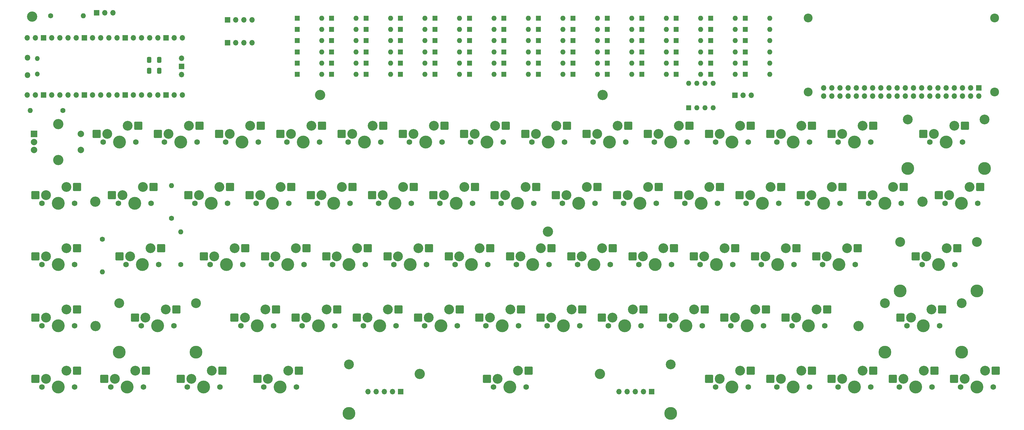
<source format=gbs>
G04 #@! TF.GenerationSoftware,KiCad,Pcbnew,7.0.7*
G04 #@! TF.CreationDate,2023-09-04T13:59:38-04:00*
G04 #@! TF.ProjectId,MainBoard,4d61696e-426f-4617-9264-2e6b69636164,rev?*
G04 #@! TF.SameCoordinates,Original*
G04 #@! TF.FileFunction,Soldermask,Bot*
G04 #@! TF.FilePolarity,Negative*
%FSLAX46Y46*%
G04 Gerber Fmt 4.6, Leading zero omitted, Abs format (unit mm)*
G04 Created by KiCad (PCBNEW 7.0.7) date 2023-09-04 13:59:38*
%MOMM*%
%LPD*%
G01*
G04 APERTURE LIST*
G04 Aperture macros list*
%AMRoundRect*
0 Rectangle with rounded corners*
0 $1 Rounding radius*
0 $2 $3 $4 $5 $6 $7 $8 $9 X,Y pos of 4 corners*
0 Add a 4 corners polygon primitive as box body*
4,1,4,$2,$3,$4,$5,$6,$7,$8,$9,$2,$3,0*
0 Add four circle primitives for the rounded corners*
1,1,$1+$1,$2,$3*
1,1,$1+$1,$4,$5*
1,1,$1+$1,$6,$7*
1,1,$1+$1,$8,$9*
0 Add four rect primitives between the rounded corners*
20,1,$1+$1,$2,$3,$4,$5,0*
20,1,$1+$1,$4,$5,$6,$7,0*
20,1,$1+$1,$6,$7,$8,$9,0*
20,1,$1+$1,$8,$9,$2,$3,0*%
G04 Aperture macros list end*
%ADD10R,1.600000X1.600000*%
%ADD11O,1.600000X1.600000*%
%ADD12C,3.200000*%
%ADD13C,1.750000*%
%ADD14C,3.050000*%
%ADD15C,4.000000*%
%ADD16RoundRect,0.250000X-1.025000X-1.000000X1.025000X-1.000000X1.025000X1.000000X-1.025000X1.000000X0*%
%ADD17C,3.048000*%
%ADD18C,3.987800*%
%ADD19R,1.700000X1.700000*%
%ADD20O,1.700000X1.700000*%
%ADD21C,2.750000*%
%ADD22R,2.000000X2.000000*%
%ADD23C,2.000000*%
%ADD24O,1.800000X1.800000*%
%ADD25O,1.500000X1.500000*%
%ADD26RoundRect,0.250000X0.412500X0.650000X-0.412500X0.650000X-0.412500X-0.650000X0.412500X-0.650000X0*%
%ADD27C,1.600000*%
G04 APERTURE END LIST*
D10*
X85860000Y-18000000D03*
D11*
X93480000Y-18000000D03*
D12*
X180924200Y-34899600D03*
D13*
X135032500Y-87625000D03*
D14*
X136302500Y-85085000D03*
D15*
X140112500Y-87625000D03*
D14*
X142652500Y-82545000D03*
D13*
X145192500Y-87625000D03*
D16*
X133027500Y-85085000D03*
X145954500Y-82545000D03*
D10*
X225220000Y-28500000D03*
D11*
X232840000Y-28500000D03*
D12*
X23088600Y-68072000D03*
X92989400Y-34899600D03*
D17*
X275812000Y-42540000D03*
D18*
X275812000Y-57750000D03*
D17*
X299688000Y-42540000D03*
D18*
X299688000Y-57750000D03*
D10*
X128740000Y-14500000D03*
D11*
X136360000Y-14500000D03*
D10*
X118020000Y-28500000D03*
D11*
X125640000Y-28500000D03*
D13*
X92170000Y-68575000D03*
D14*
X93440000Y-66035000D03*
D15*
X97250000Y-68575000D03*
D14*
X99790000Y-63495000D03*
D13*
X102330000Y-68575000D03*
D16*
X90165000Y-66035000D03*
X103092000Y-63495000D03*
D13*
X146938750Y-125725000D03*
D14*
X148208750Y-123185000D03*
D15*
X152018750Y-125725000D03*
D14*
X154558750Y-120645000D03*
D13*
X157098750Y-125725000D03*
D16*
X144933750Y-123185000D03*
X157860750Y-120645000D03*
D10*
X160900000Y-11000000D03*
D11*
X168520000Y-11000000D03*
D10*
X85860000Y-14500000D03*
D11*
X93480000Y-14500000D03*
D10*
X182340000Y-18000000D03*
D11*
X189960000Y-18000000D03*
D13*
X173132500Y-87625000D03*
D14*
X174402500Y-85085000D03*
D15*
X178212500Y-87625000D03*
D14*
X180752500Y-82545000D03*
D13*
X183292500Y-87625000D03*
D16*
X171127500Y-85085000D03*
X184054500Y-82545000D03*
D10*
X128740000Y-21500000D03*
D11*
X136360000Y-21500000D03*
D13*
X6445000Y-106675000D03*
D14*
X7715000Y-104135000D03*
D15*
X11525000Y-106675000D03*
D14*
X14065000Y-101595000D03*
D13*
X16605000Y-106675000D03*
D16*
X4440000Y-104135000D03*
X17367000Y-101595000D03*
D10*
X203780000Y-18000000D03*
D11*
X211400000Y-18000000D03*
D13*
X211232500Y-87625000D03*
D14*
X212502500Y-85085000D03*
D15*
X216312500Y-87625000D03*
D14*
X218852500Y-82545000D03*
D13*
X221392500Y-87625000D03*
D16*
X209227500Y-85085000D03*
X222154500Y-82545000D03*
D12*
X280390600Y-68072000D03*
D13*
X215995000Y-49525000D03*
D14*
X217265000Y-46985000D03*
D15*
X221075000Y-49525000D03*
D14*
X223615000Y-44445000D03*
D13*
X226155000Y-49525000D03*
D16*
X213990000Y-46985000D03*
X226917000Y-44445000D03*
D13*
X130270000Y-68575000D03*
D14*
X131540000Y-66035000D03*
D15*
X135350000Y-68575000D03*
D14*
X137890000Y-63495000D03*
D13*
X140430000Y-68575000D03*
D16*
X128265000Y-66035000D03*
X141192000Y-63495000D03*
D10*
X107300000Y-28500000D03*
D11*
X114920000Y-28500000D03*
D13*
X230282500Y-87625000D03*
D14*
X231552500Y-85085000D03*
D15*
X235362500Y-87625000D03*
D14*
X237902500Y-82545000D03*
D13*
X240442500Y-87625000D03*
D16*
X228277500Y-85085000D03*
X241204500Y-82545000D03*
D13*
X187420000Y-68575000D03*
D14*
X188690000Y-66035000D03*
D15*
X192500000Y-68575000D03*
D14*
X195040000Y-63495000D03*
D13*
X197580000Y-68575000D03*
D16*
X185415000Y-66035000D03*
X198342000Y-63495000D03*
D10*
X96580000Y-14500000D03*
D11*
X104200000Y-14500000D03*
D13*
X201707500Y-106675000D03*
D14*
X202977500Y-104135000D03*
D15*
X206787500Y-106675000D03*
D14*
X209327500Y-101595000D03*
D13*
X211867500Y-106675000D03*
D16*
X199702500Y-104135000D03*
X212629500Y-101595000D03*
D10*
X150180000Y-28500000D03*
D11*
X157800000Y-28500000D03*
D10*
X193060000Y-11000000D03*
D11*
X200680000Y-11000000D03*
D10*
X225220000Y-21500000D03*
D11*
X232840000Y-21500000D03*
D10*
X107300000Y-11000000D03*
D11*
X114920000Y-11000000D03*
D10*
X128740000Y-11000000D03*
D11*
X136360000Y-11000000D03*
D10*
X203780000Y-14500000D03*
D11*
X211400000Y-14500000D03*
D10*
X150180000Y-11000000D03*
D11*
X157800000Y-11000000D03*
D13*
X73120000Y-68575000D03*
D14*
X74390000Y-66035000D03*
D15*
X78200000Y-68575000D03*
D14*
X80740000Y-63495000D03*
D13*
X83280000Y-68575000D03*
D16*
X71115000Y-66035000D03*
X84042000Y-63495000D03*
D13*
X111220000Y-68575000D03*
D14*
X112490000Y-66035000D03*
D15*
X116300000Y-68575000D03*
D14*
X118840000Y-63495000D03*
D13*
X121380000Y-68575000D03*
D16*
X109215000Y-66035000D03*
X122142000Y-63495000D03*
D13*
X87407500Y-106675000D03*
D14*
X88677500Y-104135000D03*
D15*
X92487500Y-106675000D03*
D14*
X95027500Y-101595000D03*
D13*
X97567500Y-106675000D03*
D16*
X85402500Y-104135000D03*
X98329500Y-101595000D03*
D13*
X254095000Y-49525000D03*
D14*
X255365000Y-46985000D03*
D15*
X259175000Y-49525000D03*
D14*
X261715000Y-44445000D03*
D13*
X264255000Y-49525000D03*
D16*
X252090000Y-46985000D03*
X265017000Y-44445000D03*
D13*
X263620000Y-68575000D03*
D14*
X264890000Y-66035000D03*
D15*
X268700000Y-68575000D03*
D14*
X271240000Y-63495000D03*
D13*
X273780000Y-68575000D03*
D16*
X261615000Y-66035000D03*
X274542000Y-63495000D03*
D13*
X280288750Y-87625000D03*
D14*
X281558750Y-85085000D03*
D15*
X285368750Y-87625000D03*
D14*
X287908750Y-82545000D03*
D13*
X290448750Y-87625000D03*
D16*
X278283750Y-85085000D03*
X291210750Y-82545000D03*
D13*
X75501250Y-125725000D03*
D14*
X76771250Y-123185000D03*
D15*
X80581250Y-125725000D03*
D14*
X83121250Y-120645000D03*
D13*
X85661250Y-125725000D03*
D16*
X73496250Y-123185000D03*
X86423250Y-120645000D03*
D13*
X215995000Y-125725000D03*
D14*
X217265000Y-123185000D03*
D15*
X221075000Y-125725000D03*
D14*
X223615000Y-120645000D03*
D13*
X226155000Y-125725000D03*
D16*
X213990000Y-123185000D03*
X226917000Y-120645000D03*
D13*
X51688750Y-125725000D03*
D14*
X52958750Y-123185000D03*
D15*
X56768750Y-125725000D03*
D14*
X59308750Y-120645000D03*
D13*
X61848750Y-125725000D03*
D16*
X49683750Y-123185000D03*
X62610750Y-120645000D03*
D10*
X160900000Y-21500000D03*
D11*
X168520000Y-21500000D03*
D12*
X163906200Y-77419200D03*
D10*
X203780000Y-28500000D03*
D11*
X211400000Y-28500000D03*
D13*
X25495000Y-49525000D03*
D14*
X26765000Y-46985000D03*
D15*
X30575000Y-49525000D03*
D14*
X33115000Y-44445000D03*
D13*
X35655000Y-49525000D03*
D16*
X23490000Y-46985000D03*
X36417000Y-44445000D03*
D10*
X118020000Y-21500000D03*
D11*
X125640000Y-21500000D03*
D13*
X254095000Y-125725000D03*
D14*
X255365000Y-123185000D03*
D15*
X259175000Y-125725000D03*
D14*
X261715000Y-120645000D03*
D13*
X264255000Y-125725000D03*
D16*
X252090000Y-123185000D03*
X265017000Y-120645000D03*
D13*
X32638750Y-87625000D03*
D14*
X33908750Y-85085000D03*
D15*
X37718750Y-87625000D03*
D14*
X40258750Y-82545000D03*
D13*
X42798750Y-87625000D03*
D16*
X30633750Y-85085000D03*
X43560750Y-82545000D03*
D10*
X171620000Y-28500000D03*
D11*
X179240000Y-28500000D03*
D13*
X249332500Y-87625000D03*
D14*
X250602500Y-85085000D03*
D15*
X254412500Y-87625000D03*
D14*
X256952500Y-82545000D03*
D13*
X259492500Y-87625000D03*
D16*
X247327500Y-85085000D03*
X260254500Y-82545000D03*
D10*
X193060000Y-14500000D03*
D11*
X200680000Y-14500000D03*
D13*
X273145000Y-125725000D03*
D14*
X274415000Y-123185000D03*
D15*
X278225000Y-125725000D03*
D14*
X280765000Y-120645000D03*
D13*
X283305000Y-125725000D03*
D16*
X271140000Y-123185000D03*
X284067000Y-120645000D03*
D10*
X203780000Y-21500000D03*
D11*
X211400000Y-21500000D03*
D19*
X64220000Y-11500000D03*
D20*
X66760000Y-11500000D03*
X69300000Y-11500000D03*
X71840000Y-11500000D03*
D10*
X150180000Y-21500000D03*
D11*
X157800000Y-21500000D03*
D10*
X214500000Y-11000000D03*
D11*
X222120000Y-11000000D03*
D10*
X182340000Y-21500000D03*
D11*
X189960000Y-21500000D03*
D10*
X214500000Y-18000000D03*
D11*
X222120000Y-18000000D03*
D19*
X222072200Y-35026600D03*
D20*
X224612200Y-35026600D03*
X227152200Y-35026600D03*
D12*
X180068750Y-121725000D03*
X23190200Y-106781600D03*
D13*
X27876249Y-125725000D03*
D14*
X29146249Y-123185000D03*
D15*
X32956249Y-125725000D03*
D14*
X35496249Y-120645000D03*
D13*
X38036249Y-125725000D03*
D16*
X25871249Y-123185000D03*
X38798249Y-120645000D03*
D10*
X225220000Y-14500000D03*
D11*
X232840000Y-14500000D03*
D10*
X139460000Y-18000000D03*
D11*
X147080000Y-18000000D03*
D10*
X193060000Y-28500000D03*
D11*
X200680000Y-28500000D03*
D10*
X193060000Y-21500000D03*
D11*
X200680000Y-21500000D03*
D13*
X163607500Y-106675000D03*
D14*
X164877500Y-104135000D03*
D15*
X168687500Y-106675000D03*
D14*
X171227500Y-101595000D03*
D13*
X173767500Y-106675000D03*
D16*
X161602500Y-104135000D03*
X174529500Y-101595000D03*
D10*
X118020000Y-11000000D03*
D11*
X125640000Y-11000000D03*
D17*
X273430750Y-80640000D03*
D18*
X273430750Y-95850000D03*
D17*
X297306750Y-80640000D03*
D18*
X297306750Y-95850000D03*
D10*
X225220000Y-25000000D03*
D11*
X232840000Y-25000000D03*
D10*
X171620000Y-18000000D03*
D11*
X179240000Y-18000000D03*
D13*
X120744999Y-49525000D03*
D14*
X122014999Y-46985000D03*
D15*
X125824999Y-49525000D03*
D14*
X128364999Y-44445000D03*
D13*
X130904999Y-49525000D03*
D16*
X118739999Y-46985000D03*
X131666999Y-44445000D03*
D13*
X125507500Y-106675000D03*
D14*
X126777500Y-104135000D03*
D15*
X130587500Y-106675000D03*
D14*
X133127500Y-101595000D03*
D13*
X135667500Y-106675000D03*
D16*
X123502500Y-104135000D03*
X136429500Y-101595000D03*
D17*
X30543250Y-99690000D03*
D18*
X30543250Y-114900000D03*
D17*
X54419250Y-99690000D03*
D18*
X54419250Y-114900000D03*
D10*
X171620000Y-21500000D03*
D11*
X179240000Y-21500000D03*
D10*
X107300000Y-25000000D03*
D11*
X114920000Y-25000000D03*
D10*
X182340000Y-14500000D03*
D11*
X189960000Y-14500000D03*
D13*
X235045000Y-49525000D03*
D14*
X236315000Y-46985000D03*
D15*
X240125000Y-49525000D03*
D14*
X242665000Y-44445000D03*
D13*
X245205000Y-49525000D03*
D16*
X233040000Y-46985000D03*
X245967000Y-44445000D03*
D10*
X96580000Y-28500000D03*
D11*
X104200000Y-28500000D03*
D13*
X54070000Y-68575000D03*
D14*
X55340000Y-66035000D03*
D15*
X59150000Y-68575000D03*
D14*
X61690000Y-63495000D03*
D13*
X64230000Y-68575000D03*
D16*
X52065000Y-66035000D03*
X64992000Y-63495000D03*
D13*
X44545000Y-49525000D03*
D14*
X45815000Y-46985000D03*
D15*
X49625000Y-49525000D03*
D14*
X52165000Y-44445000D03*
D13*
X54705000Y-49525000D03*
D16*
X42540000Y-46985000D03*
X55467000Y-44445000D03*
D10*
X107300000Y-21500000D03*
D11*
X114920000Y-21500000D03*
D13*
X177895000Y-49525000D03*
D14*
X179165000Y-46985000D03*
D15*
X182975000Y-49525000D03*
D14*
X185515000Y-44445000D03*
D13*
X188055000Y-49525000D03*
D16*
X175890000Y-46985000D03*
X188817000Y-44445000D03*
D10*
X171620000Y-25000000D03*
D11*
X179240000Y-25000000D03*
D10*
X182340000Y-11000000D03*
D11*
X189960000Y-11000000D03*
D10*
X85860000Y-21500000D03*
D11*
X93480000Y-21500000D03*
D13*
X239807500Y-106675000D03*
D14*
X241077500Y-104135000D03*
D15*
X244887500Y-106675000D03*
D14*
X247427500Y-101595000D03*
D13*
X249967500Y-106675000D03*
D16*
X237802500Y-104135000D03*
X250729500Y-101595000D03*
D10*
X139460000Y-21500000D03*
D11*
X147080000Y-21500000D03*
D17*
X268668250Y-99690000D03*
D18*
X268668250Y-114900000D03*
D17*
X292544250Y-99690000D03*
D18*
X292544250Y-114900000D03*
D13*
X275526250Y-106675000D03*
D14*
X276796250Y-104135000D03*
D15*
X280606250Y-106675000D03*
D14*
X283146250Y-101595000D03*
D13*
X285686250Y-106675000D03*
D16*
X273521250Y-104135000D03*
X286448250Y-101595000D03*
D21*
X302800000Y-10950000D03*
X244800000Y-10950000D03*
X302800000Y-33950000D03*
X244800000Y-33950000D03*
D19*
X297930000Y-32680000D03*
D20*
X297930000Y-35220000D03*
X295390000Y-32680000D03*
X295390000Y-35220000D03*
X292850000Y-32680000D03*
X292850000Y-35220000D03*
X290310000Y-32680000D03*
X290310000Y-35220000D03*
X287770000Y-32680000D03*
X287770000Y-35220000D03*
X285230000Y-32680000D03*
X285230000Y-35220000D03*
X282690000Y-32680000D03*
X282690000Y-35220000D03*
X280150000Y-32680000D03*
X280150000Y-35220000D03*
X277610000Y-32680000D03*
X277610000Y-35220000D03*
X275070000Y-32680000D03*
X275070000Y-35220000D03*
X272530000Y-32680000D03*
X272530000Y-35220000D03*
X269990000Y-32680000D03*
X269990000Y-35220000D03*
X267450000Y-32680000D03*
X267450000Y-35220000D03*
X264910000Y-32680000D03*
X264910000Y-35220000D03*
X262370000Y-32680000D03*
X262370000Y-35220000D03*
X259830000Y-32680000D03*
X259830000Y-35220000D03*
X257290000Y-32680000D03*
X257290000Y-35220000D03*
X254750000Y-32680000D03*
X254750000Y-35220000D03*
X252210000Y-32680000D03*
X252210000Y-35220000D03*
X249670000Y-32680000D03*
X249670000Y-35220000D03*
D13*
X6445000Y-125725000D03*
D14*
X7715000Y-123185000D03*
D15*
X11525000Y-125725000D03*
D14*
X14065000Y-120645000D03*
D13*
X16605000Y-125725000D03*
D16*
X4440000Y-123185000D03*
X17367000Y-120645000D03*
D12*
X260502400Y-106781600D03*
D17*
X102018750Y-118740000D03*
D18*
X102018750Y-133950000D03*
D17*
X202018750Y-118740000D03*
D18*
X202018750Y-133950000D03*
D13*
X6445000Y-87625000D03*
D14*
X7715000Y-85085000D03*
D15*
X11525000Y-87625000D03*
D14*
X14065000Y-82545000D03*
D13*
X16605000Y-87625000D03*
D16*
X4440000Y-85085000D03*
X17367000Y-82545000D03*
D10*
X160900000Y-28500000D03*
D11*
X168520000Y-28500000D03*
D13*
X220757500Y-106675000D03*
D14*
X222027500Y-104135000D03*
D15*
X225837500Y-106675000D03*
D14*
X228377500Y-101595000D03*
D13*
X230917500Y-106675000D03*
D16*
X218752500Y-104135000D03*
X231679500Y-101595000D03*
D13*
X158845000Y-49525000D03*
D14*
X160115000Y-46985000D03*
D15*
X163925000Y-49525000D03*
D14*
X166465000Y-44445000D03*
D13*
X169005000Y-49525000D03*
D16*
X156840000Y-46985000D03*
X169767000Y-44445000D03*
D13*
X287432500Y-68575000D03*
D14*
X288702500Y-66035000D03*
D15*
X292512500Y-68575000D03*
D14*
X295052500Y-63495000D03*
D13*
X297592500Y-68575000D03*
D16*
X285427500Y-66035000D03*
X298354500Y-63495000D03*
D13*
X96932500Y-87625000D03*
D14*
X98202500Y-85085000D03*
D15*
X102012500Y-87625000D03*
D14*
X104552500Y-82545000D03*
D13*
X107092500Y-87625000D03*
D16*
X94927500Y-85085000D03*
X107854500Y-82545000D03*
D10*
X214500000Y-25000000D03*
D11*
X222120000Y-25000000D03*
D10*
X182340000Y-28500000D03*
D11*
X189960000Y-28500000D03*
D10*
X128740000Y-18000000D03*
D11*
X136360000Y-18000000D03*
D10*
X214500000Y-21500000D03*
D11*
X222120000Y-21500000D03*
D10*
X85860000Y-28500000D03*
D11*
X93480000Y-28500000D03*
D13*
X192182500Y-87625000D03*
D14*
X193452500Y-85085000D03*
D15*
X197262500Y-87625000D03*
D14*
X199802500Y-82545000D03*
D13*
X202342500Y-87625000D03*
D16*
X190177500Y-85085000D03*
X203104500Y-82545000D03*
D10*
X160900000Y-18000000D03*
D11*
X168520000Y-18000000D03*
D10*
X171620000Y-11000000D03*
D11*
X179240000Y-11000000D03*
D13*
X235045000Y-125725000D03*
D14*
X236315000Y-123185000D03*
D15*
X240125000Y-125725000D03*
D14*
X242665000Y-120645000D03*
D13*
X245205000Y-125725000D03*
D16*
X233040000Y-123185000D03*
X245967000Y-120645000D03*
D13*
X6445000Y-68575000D03*
D14*
X7715000Y-66035000D03*
D15*
X11525000Y-68575000D03*
D14*
X14065000Y-63495000D03*
D13*
X16605000Y-68575000D03*
D16*
X4440000Y-66035000D03*
X17367000Y-63495000D03*
D13*
X168370000Y-68575000D03*
D14*
X169640000Y-66035000D03*
D15*
X173450000Y-68575000D03*
D14*
X175990000Y-63495000D03*
D13*
X178530000Y-68575000D03*
D16*
X166365000Y-66035000D03*
X179292000Y-63495000D03*
D13*
X292195000Y-125725000D03*
D14*
X293465000Y-123185000D03*
D15*
X297275000Y-125725000D03*
D14*
X299815000Y-120645000D03*
D13*
X302355000Y-125725000D03*
D16*
X290190000Y-123185000D03*
X303117000Y-120645000D03*
D10*
X150180000Y-18000000D03*
D11*
X157800000Y-18000000D03*
D10*
X107300000Y-18000000D03*
D11*
X114920000Y-18000000D03*
D10*
X193060000Y-25000000D03*
D11*
X200680000Y-25000000D03*
D13*
X282670000Y-49525000D03*
D14*
X283940000Y-46985000D03*
D15*
X287750000Y-49525000D03*
D14*
X290290000Y-44445000D03*
D13*
X292830000Y-49525000D03*
D16*
X280665000Y-46985000D03*
X293592000Y-44445000D03*
D10*
X203780000Y-25000000D03*
D11*
X211400000Y-25000000D03*
D10*
X96580000Y-11000000D03*
D11*
X104200000Y-11000000D03*
D22*
X4045000Y-47045000D03*
D23*
X4045000Y-52045000D03*
X4045000Y-49545000D03*
D12*
X11545000Y-43945000D03*
X11545000Y-55145000D03*
D23*
X18545000Y-52045000D03*
X18545000Y-47045000D03*
D10*
X139460000Y-28500000D03*
D11*
X147080000Y-28500000D03*
D13*
X244570000Y-68575000D03*
D14*
X245840000Y-66035000D03*
D15*
X249650000Y-68575000D03*
D14*
X252190000Y-63495000D03*
D13*
X254730000Y-68575000D03*
D16*
X242565000Y-66035000D03*
X255492000Y-63495000D03*
D10*
X150180000Y-25000000D03*
D11*
X157800000Y-25000000D03*
D10*
X225220000Y-11000000D03*
D11*
X232840000Y-11000000D03*
D10*
X118020000Y-25000000D03*
D11*
X125640000Y-25000000D03*
D10*
X85860000Y-11000000D03*
D11*
X93480000Y-11000000D03*
D13*
X58832500Y-87625000D03*
D14*
X60102500Y-85085000D03*
D15*
X63912500Y-87625000D03*
D14*
X66452500Y-82545000D03*
D13*
X68992500Y-87625000D03*
D16*
X56827500Y-85085000D03*
X69754500Y-82545000D03*
D10*
X128740000Y-25000000D03*
D11*
X136360000Y-25000000D03*
D13*
X77882500Y-87625000D03*
D14*
X79152500Y-85085000D03*
D15*
X82962500Y-87625000D03*
D14*
X85502500Y-82545000D03*
D13*
X88042500Y-87625000D03*
D16*
X75877500Y-85085000D03*
X88804500Y-82545000D03*
D12*
X123968750Y-121725000D03*
D10*
X203780000Y-11000000D03*
D11*
X211400000Y-11000000D03*
D12*
X3403600Y-10515600D03*
D13*
X149320000Y-68575000D03*
D14*
X150590000Y-66035000D03*
D15*
X154400000Y-68575000D03*
D14*
X156940000Y-63495000D03*
D13*
X159480000Y-68575000D03*
D16*
X147315000Y-66035000D03*
X160242000Y-63495000D03*
D10*
X96580000Y-21500000D03*
D11*
X104200000Y-21500000D03*
D13*
X63595000Y-49525000D03*
D14*
X64865000Y-46985000D03*
D15*
X68675000Y-49525000D03*
D14*
X71215000Y-44445000D03*
D13*
X73755000Y-49525000D03*
D16*
X61590000Y-46985000D03*
X74517000Y-44445000D03*
D10*
X150180000Y-14500000D03*
D11*
X157800000Y-14500000D03*
D10*
X118020000Y-18000000D03*
D11*
X125640000Y-18000000D03*
D13*
X82645000Y-49525000D03*
D14*
X83915000Y-46985000D03*
D15*
X87725000Y-49525000D03*
D14*
X90265000Y-44445000D03*
D13*
X92805000Y-49525000D03*
D16*
X80640000Y-46985000D03*
X93567000Y-44445000D03*
D13*
X30257500Y-68575000D03*
D14*
X31527500Y-66035000D03*
D15*
X35337500Y-68575000D03*
D14*
X37877500Y-63495000D03*
D13*
X40417500Y-68575000D03*
D16*
X28252500Y-66035000D03*
X41179500Y-63495000D03*
D13*
X101694999Y-49525000D03*
D14*
X102964999Y-46985000D03*
D15*
X106774999Y-49525000D03*
D14*
X109314999Y-44445000D03*
D13*
X111854999Y-49525000D03*
D16*
X99689999Y-46985000D03*
X112616999Y-44445000D03*
D13*
X196945000Y-49525000D03*
D14*
X198215000Y-46985000D03*
D15*
X202025000Y-49525000D03*
D14*
X204565000Y-44445000D03*
D13*
X207105000Y-49525000D03*
D16*
X194940000Y-46985000D03*
X207867000Y-44445000D03*
D10*
X207645000Y-38912800D03*
D11*
X210185000Y-38912800D03*
X212725000Y-38912800D03*
X215265000Y-38912800D03*
X215265000Y-31292800D03*
X212725000Y-31292800D03*
X210185000Y-31292800D03*
X207645000Y-31292800D03*
D10*
X225220000Y-18000000D03*
D11*
X232840000Y-18000000D03*
D13*
X68357500Y-106675000D03*
D14*
X69627500Y-104135000D03*
D15*
X73437500Y-106675000D03*
D14*
X75977500Y-101595000D03*
D13*
X78517500Y-106675000D03*
D16*
X66352500Y-104135000D03*
X79279500Y-101595000D03*
D10*
X96580000Y-18000000D03*
D11*
X104200000Y-18000000D03*
D10*
X193060000Y-18000000D03*
D11*
X200680000Y-18000000D03*
D13*
X37401250Y-106675000D03*
D14*
X38671250Y-104135000D03*
D15*
X42481250Y-106675000D03*
D14*
X45021250Y-101595000D03*
D13*
X47561250Y-106675000D03*
D16*
X35396250Y-104135000D03*
X48323250Y-101595000D03*
D13*
X115982500Y-87625000D03*
D14*
X117252500Y-85085000D03*
D15*
X121062500Y-87625000D03*
D14*
X123602500Y-82545000D03*
D13*
X126142500Y-87625000D03*
D16*
X113977500Y-85085000D03*
X126904500Y-82545000D03*
D13*
X225520000Y-68575000D03*
D14*
X226790000Y-66035000D03*
D15*
X230600000Y-68575000D03*
D14*
X233140000Y-63495000D03*
D13*
X235680000Y-68575000D03*
D16*
X223515000Y-66035000D03*
X236442000Y-63495000D03*
D13*
X139795000Y-49525000D03*
D14*
X141065000Y-46985000D03*
D15*
X144875000Y-49525000D03*
D14*
X147415000Y-44445000D03*
D13*
X149955000Y-49525000D03*
D16*
X137790000Y-46985000D03*
X150717000Y-44445000D03*
D24*
X2000000Y-28725000D03*
D25*
X5030000Y-28425000D03*
X5030000Y-23575000D03*
D24*
X2000000Y-23275000D03*
D20*
X1870000Y-34890000D03*
X4410000Y-34890000D03*
D19*
X6950000Y-34890000D03*
D20*
X9490000Y-34890000D03*
X12030000Y-34890000D03*
X14570000Y-34890000D03*
X17110000Y-34890000D03*
D19*
X19650000Y-34890000D03*
D20*
X22190000Y-34890000D03*
X24730000Y-34890000D03*
X27270000Y-34890000D03*
X29810000Y-34890000D03*
D19*
X32350000Y-34890000D03*
D20*
X34890000Y-34890000D03*
X37430000Y-34890000D03*
X39970000Y-34890000D03*
X42510000Y-34890000D03*
D19*
X45050000Y-34890000D03*
D20*
X47590000Y-34890000D03*
X50130000Y-34890000D03*
X50130000Y-17110000D03*
X47590000Y-17110000D03*
D19*
X45050000Y-17110000D03*
D20*
X42510000Y-17110000D03*
X39970000Y-17110000D03*
X37430000Y-17110000D03*
X34890000Y-17110000D03*
D19*
X32350000Y-17110000D03*
D20*
X29810000Y-17110000D03*
X27270000Y-17110000D03*
X24730000Y-17110000D03*
X22190000Y-17110000D03*
D19*
X19650000Y-17110000D03*
D20*
X17110000Y-17110000D03*
X14570000Y-17110000D03*
X12030000Y-17110000D03*
X9490000Y-17110000D03*
D19*
X6950000Y-17110000D03*
D20*
X4410000Y-17110000D03*
X1870000Y-17110000D03*
X49900000Y-28540000D03*
D19*
X49900000Y-26000000D03*
D20*
X49900000Y-23460000D03*
D13*
X106457500Y-106675000D03*
D14*
X107727500Y-104135000D03*
D15*
X111537500Y-106675000D03*
D14*
X114077500Y-101595000D03*
D13*
X116617500Y-106675000D03*
D16*
X104452500Y-104135000D03*
X117379500Y-101595000D03*
D10*
X107300000Y-14500000D03*
D11*
X114920000Y-14500000D03*
D10*
X85860000Y-25000000D03*
D11*
X93480000Y-25000000D03*
D10*
X139460000Y-11000000D03*
D11*
X147080000Y-11000000D03*
D10*
X214500000Y-14500000D03*
D11*
X222120000Y-14500000D03*
D13*
X206470000Y-68575000D03*
D14*
X207740000Y-66035000D03*
D15*
X211550000Y-68575000D03*
D14*
X214090000Y-63495000D03*
D13*
X216630000Y-68575000D03*
D16*
X204465000Y-66035000D03*
X217392000Y-63495000D03*
D10*
X160900000Y-25000000D03*
D11*
X168520000Y-25000000D03*
D10*
X139460000Y-25000000D03*
D11*
X147080000Y-25000000D03*
D10*
X96580000Y-25000000D03*
D11*
X104200000Y-25000000D03*
D10*
X128740000Y-28500000D03*
D11*
X136360000Y-28500000D03*
D10*
X214500000Y-28500000D03*
D11*
X222120000Y-28500000D03*
D10*
X182340000Y-25000000D03*
D11*
X189960000Y-25000000D03*
D13*
X182657500Y-106675000D03*
D14*
X183927500Y-104135000D03*
D15*
X187737500Y-106675000D03*
D14*
X190277500Y-101595000D03*
D13*
X192817500Y-106675000D03*
D16*
X180652500Y-104135000D03*
X193579500Y-101595000D03*
D10*
X118020000Y-14500000D03*
D11*
X125640000Y-14500000D03*
D13*
X144557500Y-106675000D03*
D14*
X145827500Y-104135000D03*
D15*
X149637500Y-106675000D03*
D14*
X152177500Y-101595000D03*
D13*
X154717500Y-106675000D03*
D16*
X142552500Y-104135000D03*
X155479500Y-101595000D03*
D10*
X171620000Y-14500000D03*
D11*
X179240000Y-14500000D03*
D10*
X160900000Y-14500000D03*
D11*
X168520000Y-14500000D03*
D10*
X139460000Y-14500000D03*
D11*
X147080000Y-14500000D03*
D13*
X154082500Y-87625000D03*
D14*
X155352500Y-85085000D03*
D15*
X159162500Y-87625000D03*
D14*
X161702500Y-82545000D03*
D13*
X164242500Y-87625000D03*
D16*
X152077500Y-85085000D03*
X165004500Y-82545000D03*
D19*
X64200000Y-18625000D03*
D20*
X66740000Y-18625000D03*
X69280000Y-18625000D03*
X71820000Y-18625000D03*
D26*
X42964500Y-27330400D03*
X39839500Y-27330400D03*
D19*
X118048750Y-127160000D03*
D20*
X115508750Y-127160000D03*
X112968750Y-127160000D03*
X110428750Y-127160000D03*
X107888750Y-127160000D03*
D27*
X49657000Y-87655400D03*
D11*
X49657000Y-77495400D03*
D19*
X196148750Y-127160000D03*
D20*
X193608750Y-127160000D03*
X191068750Y-127160000D03*
X188528750Y-127160000D03*
X185988750Y-127160000D03*
D27*
X13030200Y-39751000D03*
D11*
X2870200Y-39751000D03*
D27*
X25273000Y-79806800D03*
D11*
X25273000Y-89966800D03*
D27*
X9220200Y-10236200D03*
D11*
X19380200Y-10236200D03*
D27*
X46786800Y-73279000D03*
D11*
X46786800Y-63119000D03*
D19*
X23520400Y-9347200D03*
D20*
X26060400Y-9347200D03*
X28600400Y-9347200D03*
D26*
X42964500Y-23980400D03*
X39839500Y-23980400D03*
M02*

</source>
